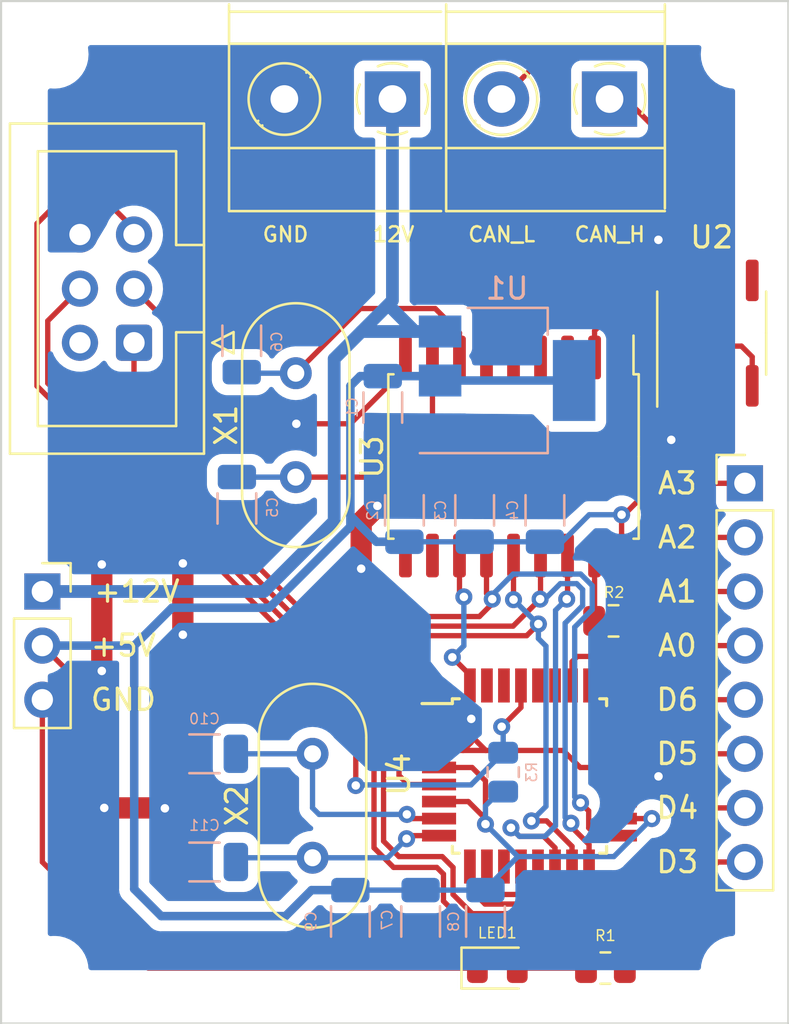
<source format=kicad_pcb>
(kicad_pcb (version 20211014) (generator pcbnew)
  (layers (0 "F.Cu" signal) (31 "B.Cu" signal) (34 "B.Paste" user) (35 "F.Paste" user) (36 "B.SilkS" user "B.Silkscreen") (37 "F.SilkS" user "F.Silkscreen") (38 "B.Mask" user) (39 "F.Mask" user) (44 "Edge.Cuts" user))
  (net 0 "")
  (net 1 "+5V")
  (net 2 "GND")
  (net 3 "U4_D3")
  (net 11 "D2_INT")
  (net 12 "U4_D13_SCK")
  (net 13 "U4_D4")
  (net 14 "U4_D6")
  (net 15 "U4_A0")
  (net 22 "U4_A1")
  (net 23 "U4_A2")
  (net 24 "U4_A3")
  (net 27 "U4_D5")
  (net 28 "/U2_U3_TXD")
  (net 29 "+12V")
  (net 30 "/U2_U3_RXD")
  (net 31 "/U3_RESET")
  (net 32 "U4_RXD")
  (net 33 "U4_TXD")
  (net 34 "/U3_OSC_2")
  (net 35 "/U3_OSC_1")
  (net 36 "/U4_OSC_1")
  (net 37 "/LED1")
  (net 38 "/U4_OSC_2")
  (net 40 "U4_D11_MOSI")
  (net 41 "U4_D12_MISO")
  (net 42 "D10_CS")
  (net 43 "U4_RST")
  (net 44 "CAN_L")
  (net 45 "CAN_H")
  (footprint "Connector_IDC:IDC-Header_2x03_P2.54mm_Vertical" (layer "F.Cu") (at 146.5485 84.841 180)
    (fp_text reference "J3" hide)
    (fp_text value "Conn_02x03_Odd_Even" hide)
  )
  (footprint "Package_SO:SOIC-18W_7.5x11.6mm_P1.27mm" (layer "F.Cu") (at 164.386 90.182 -90)
    (fp_text reference "U3")
    (fp_text value "MCP2515-xSO" hide)
  )
  (footprint "TerminalBlock_Phoenix:TerminalBlock_Phoenix_MKDS-1,5-2-5.08_1x02_P5.08mm_Horizontal" (layer "F.Cu") (at 158.695 73.4 180)
    (fp_text reference "J1" hide)
    (fp_text value "Screw_Terminal_01x02" hide)
  )
  (footprint "Package_QFP:TQFP-32_7x7mm_P0.8mm" (layer "F.Cu") (at 165.136 105.182)
    (fp_text reference "U4")
    (fp_text value "ATmega328P-A" hide)
  )
  (footprint "Package_SO:SOIC-8_3.9x4.9mm_P1.27mm" (layer "F.Cu") (at 173.7 84.39 90)
    (fp_text reference "U2")
    (fp_text value "TJA1051T" hide)
  )
  (footprint "LED_SMD:LED_0805_2012Metric" (layer "F.Cu") (at 163.625 114.2)
    (fp_text reference "LED1")
    (fp_text value "Green" hide)
  )
  (footprint "MountingHole:MountingHole_2.2mm_M2" (layer "F.Cu") (at 174.8 114.3)
    (fp_text reference "REF**" hide)
    (fp_text value "MountingHole_2.2mm_M2" hide)
  )
  (footprint "CAN_ATmega:Connector_female" (layer "F.Cu") (at 157.48 99.06)
    (fp_text reference "J4" hide)
    (fp_text value "Connector_female" hide)
  )
  (footprint "Crystal:Crystal_HC49-4H_Vertical" (layer "F.Cu") (at 154.1526 86.2711 -90)
    (fp_text reference "X1")
    (fp_text value "16MHz" hide)
  )
  (footprint "Resistor_SMD:R_0805_2012Metric" (layer "F.Cu") (at 169.0875 97.9)
    (fp_text reference "R2")
    (fp_text value "10K" hide)
  )
  (footprint "MountingHole:MountingHole_2.2mm_M2" (layer "F.Cu") (at 174.8 71.3)
    (fp_text reference "REF**" hide)
    (fp_text value "MountingHole_2.2mm_M2" hide)
  )
  (footprint "TerminalBlock_Phoenix:TerminalBlock_Phoenix_MKDS-1,5-2-5.08_1x02_P5.08mm_Horizontal" (layer "F.Cu") (at 168.9 73.4 180)
    (fp_text reference "J2" hide)
    (fp_text value "Screw_Terminal_01x02" hide)
  )
  (footprint "MountingHole:MountingHole_2.2mm_M2" (layer "F.Cu") (at 142.8 71.3)
    (fp_text reference "REF**" hide)
    (fp_text value "MountingHole_2.2mm_M2" hide)
  )
  (footprint "Resistor_SMD:R_0805_2012Metric" (layer "F.Cu") (at 168.705 114.2 180)
    (fp_text reference "R1")
    (fp_text value "1K" hide)
  )
  (footprint "MountingHole:MountingHole_2.2mm_M2" (layer "F.Cu") (at 142.8 114.3)
    (fp_text reference "REF**" hide)
    (fp_text value "MountingHole_2.2mm_M2" hide)
  )
  (footprint "Crystal:Crystal_HC49-4H_Vertical" (layer "F.Cu") (at 154.94 104.14 -90)
    (fp_text reference "X2")
    (fp_text value "16MHz" hide)
  )
  (footprint "Capacitor_SMD:C_1206_3216Metric" (layer "B.Cu") (at 163.068 112.014 -90)
    (fp_text reference "C8")
    (fp_text value "10uF/16V" hide)
  )
  (footprint "Capacitor_SMD:C_1206_3216Metric" (layer "B.Cu") (at 151.6126 84.7471 -90)
    (fp_text reference "C6")
    (fp_text value "22PF" hide)
  )
  (footprint "Capacitor_SMD:C_1206_3216Metric" (layer "B.Cu") (at 151.384 92.6211 90)
    (fp_text reference "C5")
    (fp_text value "22PF" hide)
  )
  (footprint "Capacitor_SMD:C_1206_3216Metric" (layer "B.Cu") (at 165.862 92.71 90)
    (fp_text reference "C4")
    (fp_text value "0.1uF" hide)
  )
  (footprint "Capacitor_SMD:C_1206_3216Metric" (layer "B.Cu") (at 156.718 112.014 -90)
    (fp_text reference "C9")
    (fp_text value "0.1uF" hide)
  )
  (footprint "Capacitor_SMD:C_1206_3216Metric" (layer "B.Cu") (at 160.02 112.014 -90)
    (fp_text reference "C7")
    (fp_text value "0.1uF" hide)
  )
  (footprint "Capacitor_SMD:C_1206_3216Metric" (layer "B.Cu") (at 149.86 104.14 180)
    (fp_text reference "C10")
    (fp_text value "22PF" hide)
  )
  (footprint "Capacitor_SMD:C_1206_3216Metric" (layer "B.Cu") (at 159.258 92.71 90)
    (fp_text reference "C2")
    (fp_text value "10uF/16V" hide)
  )
  (footprint "Capacitor_SMD:C_1206_3216Metric" (layer "B.Cu") (at 158.242 87.884 -90)
    (fp_text reference "C1")
    (fp_text value "1uF" hide)
  )
  (footprint "Capacitor_SMD:C_1206_3216Metric" (layer "B.Cu") (at 162.56 92.71 90)
    (fp_text reference "C3")
    (fp_text value "0.1uF" hide)
  )
  (footprint "Resistor_SMD:R_0805_2012Metric" (layer "B.Cu") (at 163.9 105 90)
    (fp_text reference "R3")
    (fp_text value "10K" hide)
  )
  (footprint "Package_TO_SOT_SMD:SOT-223" (layer "B.Cu") (at 164.084 86.614)
    (fp_text reference "U1")
    (fp_text value "LM1117-5.0" hide)
  )
  (footprint "Capacitor_SMD:C_1206_3216Metric" (layer "B.Cu") (at 149.86 109.22)
    (fp_text reference "C11")
    (fp_text value "22PF" hide)
  )
  (gr_line (start 177.3 68.8) (end 140.3 68.8) (layer "Edge.Cuts") (width 0.1))
  (gr_line (start 177.3 116.8) (end 177.3 68.8) (layer "Edge.Cuts") (width 0.1))
  (gr_line (start 140.3 116.8) (end 140.3 68.8) (layer "Edge.Cuts") (width 0.1))
  (gr_line (start 177.3 116.8) (end 140.3 116.8) (layer "Edge.Cuts") (width 0.1))
  (gr_text "CAN_L" (at 163.83 79.756) (layer "F.SilkS") (effects (font (size 0.7 0.7) (thickness 0.12))))
  (gr_text "GND" (at 153.67 79.756) (layer "F.SilkS") (effects (font (size 0.7 0.7) (thickness 0.12))))
  (gr_text "CAN_H" (at 168.91 79.756) (layer "F.SilkS") (effects (font (size 0.7 0.7) (thickness 0.12))))
  (gr_text "12V" (at 158.75 79.756) (layer "F.SilkS") (effects (font (size 0.7 0.7) (thickness 0.12))))
  (segment (start 169.584 92.916) (end 169.466 92.916) (width 0.25) (layer "F.Cu") (net 1))
  (segment (start 143.764 100.584) (end 142.24 99.06) (width 0.25) (layer "F.Cu") (net 1))
  (segment (start 169.386 107.182) (end 170.886 107.182) (width 0.25) (layer "F.Cu") (net 1))
  (segment (start 169.418 113.284) (end 168.91 112.776) (width 0.25) (layer "F.Cu") (net 1))
  (segment (start 168.91 112.776) (end 162.052 112.776) (width 0.25) (layer "F.Cu") (net 1))
  (segment (start 143.764 102.87) (end 143.764 100.584) (width 0.25) (layer "F.Cu") (net 1))
  (segment (start 174.335 86.865) (end 174.335 88.165) (width 0.25) (layer "F.Cu") (net 1))
  (segment (start 162.262 106.382) (end 163.068 107.188) (width 0.25) (layer "F.Cu") (net 1))
  (segment (start 142.69 103.944) (end 143.764 102.87) (width 0.25) (layer "F.Cu") (net 1))
  (segment (start 161.078 113.75) (end 147.406396 113.75) (width 0.25) (layer "F.Cu") (net 1))
  (segment (start 160.886 106.382) (end 162.262 106.382) (width 0.25) (layer "F.Cu") (net 1))
  (segment (start 163.068 105.41) (end 163.068 107.442) (width 0.25) (layer "F.Cu") (net 1))
  (segment (start 169.466 92.916) (end 169.466 94.832) (width 0.25) (layer "F.Cu") (net 1))
  (segment (start 142.69 109.033604) (end 142.69 103.944) (width 0.25) (layer "F.Cu") (net 1))
  (segment (start 160.886 104.782) (end 162.44 104.782) (width 0.25) (layer "F.Cu") (net 1))
  (segment (start 163.068 107.188) (end 163.068 107.442) (width 0.25) (layer "F.Cu") (net 1))
  (segment (start 169.466 96.366) (end 169.466 94.832) (width 0.25) (layer "F.Cu") (net 1))
  (segment (start 170 97.9) (end 170 96.9) (width 0.25) (layer "F.Cu") (net 1))
  (segment (start 169.6175 114.2) (end 169.418 114.0005) (width 0.25) (layer "F.Cu") (net 1))
  (segment (start 162.44 104.782) (end 163.068 105.41) (width 0.25) (layer "F.Cu") (net 1))
  (segment (start 170 96.9) (end 169.466 96.366) (width 0.25) (layer "F.Cu") (net 1))
  (segment (start 174.335 88.165) (end 169.584 92.916) (width 0.25) (layer "F.Cu") (net 1))
  (segment (start 162.052 112.776) (end 161.078 113.75) (width 0.25) (layer "F.Cu") (net 1))
  (segment (start 169.418 114.0005) (end 169.418 113.284) (width 0.25) (layer "F.Cu") (net 1))
  (segment (start 147.406396 113.75) (end 142.69 109.033604) (width 0.25) (layer "F.Cu") (net 1))
  (via (at 169.466 92.916) (size 0.8) (drill 0.4) (layers "F.Cu" "B.Cu") (net 1))
  (via (at 170.886 107.182) (size 0.8) (drill 0.4) (layers "F.Cu" "B.Cu") (net 1))
  (via (at 163.068 107.442) (size 0.8) (drill 0.4) (layers "F.Cu" "B.Cu") (net 1))
  (segment (start 160.729 86.409) (end 160.934 86.614) (width 0.4) (layer "B.Cu") (net 1))
  (segment (start 154.891 110.539) (end 153.67 111.76) (width 0.4) (layer "B.Cu") (net 1))
  (segment (start 158.242 86.409) (end 157.177 86.409) (width 0.4) (layer "B.Cu") (net 1))
  (segment (start 160.02 110.539) (end 163.068 110.539) (width 0.25) (layer "B.Cu") (net 1))
  (segment (start 156.718 110.539) (end 160.02 110.539) (width 0.25) (layer "B.Cu") (net 1))
  (segment (start 164.592 108.966) (end 163.068 107.442) (width 0.25) (layer "B.Cu") (net 1))
  (segment (start 170.886 107.182) (end 169.102 108.966) (width 0.25) (layer "B.Cu") (net 1))
  (segment (start 157.177 86.409) (end 156.718 86.868) (width 0.4) (layer "B.Cu") (net 1))
  (segment (start 169.102 108.966) (end 164.592 108.966) (width 0.25) (layer "B.Cu") (net 1))
  (segment (start 166.673 94.185) (end 167.942 92.916) (width 0.25) (layer "B.Cu") (net 1))
  (segment (start 146.558 99.06) (end 142.24 99.06) (width 0.4) (layer "B.Cu") (net 1))
  (segment (start 157.939 94.185) (end 159.258 94.185) (width 0.4) (layer "B.Cu") (net 1))
  (segment (start 156.718 92.964) (end 156.718 93.472) (width 0.4) (layer "B.Cu") (net 1))
  (segment (start 153.67 111.76) (end 147.828 111.76) (width 0.4) (layer "B.Cu") (net 1))
  (segment (start 163.068 110.49) (end 164.592 108.966) (width 0.25) (layer "B.Cu") (net 1))
  (segment (start 147.828 111.76) (end 146.558 110.49) (width 0.4) (layer "B.Cu") (net 1))
  (segment (start 146.558 110.49) (end 146.558 99.06) (width 0.4) (layer "B.Cu") (net 1))
  (segment (start 163.7375 105.9125) (end 163.9 105.9125) (width 0.25) (layer "B.Cu") (net 1))
  (segment (start 163.068 106.582) (end 163.7375 105.9125) (width 0.25) (layer "B.Cu") (net 1))
  (segment (start 156.718 92.964) (end 157.939 94.185) (width 0.4) (layer "B.Cu") (net 1))
  (segment (start 163.068 107.442) (end 163.068 106.582) (width 0.25) (layer "B.Cu") (net 1))
  (segment (start 167.234 86.614) (end 160.934 86.614) (width 0.4) (layer "B.Cu") (net 1))
  (segment (start 156.718 110.539) (end 154.891 110.539) (width 0.4) (layer "B.Cu") (net 1))
  (segment (start 163.068 110.539) (end 163.068 110.49) (width 0.25) (layer "B.Cu") (net 1))
  (segment (start 158.242 86.409) (end 160.729 86.409) (width 0.4) (layer "B.Cu") (net 1))
  (segment (start 156.718 93.472) (end 152.908 97.282) (width 0.4) (layer "B.Cu") (net 1))
  (segment (start 167.942 92.916) (end 169.466 92.916) (width 0.25) (layer "B.Cu") (net 1))
  (segment (start 148.336 97.282) (end 146.558 99.06) (width 0.4) (layer "B.Cu") (net 1))
  (segment (start 159.258 94.185) (end 162.56 94.185) (width 0.25) (layer "B.Cu") (net 1))
  (segment (start 162.56 94.185) (end 165.862 94.185) (width 0.25) (layer "B.Cu") (net 1))
  (segment (start 165.862 94.185) (end 166.673 94.185) (width 0.25) (layer "B.Cu") (net 1))
  (segment (start 152.908 97.282) (end 148.336 97.282) (width 0.4) (layer "B.Cu") (net 1))
  (segment (start 156.718 86.868) (end 156.718 92.964) (width 0.4) (layer "B.Cu") (net 1))
  (segment (start 163.082 103.982) (end 162.4 103.3) (width 0.25) (layer "F.Cu") (net 2))
  (segment (start 145.15 106.68) (end 147.98 106.68) (width 1) (layer "F.Cu") (net 2))
  (segment (start 171.8 89.4) (end 173.065 88.135) (width 0.25) (layer "F.Cu") (net 2))
  (segment (start 162.4 103.6) (end 162.4 103.3) (width 0.25) (layer "F.Cu") (net 2))
  (segment (start 160.886 103.982) (end 162.018 103.982) (width 0.25) (layer "F.Cu") (net 2))
  (segment (start 171.795 80.609) (end 171.196 80.01) (width 0.25) (layer "F.Cu") (net 2))
  (segment (start 157.988 92.5) (end 157.226 93.262) (width 1) (layer "F.Cu") (net 2))
  (segment (start 157.226 93.262) (end 157.226 95.45) (width 1) (layer "F.Cu") (net 2))
  (segment (start 159.306 86.058) (end 156.718 88.646) (width 0.25) (layer "F.Cu") (net 2))
  (segment (start 159.43 105.582) (end 159.004 105.156) (width 0.25) (layer "F.Cu") (net 2))
  (segment (start 162.4 103.3) (end 162.4 102.5) (width 0.25) (layer "F.Cu") (net 2))
  (segment (start 166.72 103.982) (end 167.52 104.782) (width 0.25) (layer "F.Cu") (net 2))
  (segment (start 162.018 103.982) (end 162.4 103.6) (width 0.25) (layer "F.Cu") (net 2))
  (segment (start 159.306 85.532) (end 159.306 86.058) (width 0.25) (layer "F.Cu") (net 2))
  (segment (start 160.886 105.582) (end 159.43 105.582) (width 0.25) (layer "F.Cu") (net 2))
  (segment (start 142.24 109.22) (end 142.24 101.6) (width 0.25) (layer "F.Cu") (net 2))
  (segment (start 171.795 81.915) (end 171.795 80.609) (width 0.25) (layer "F.Cu") (net 2))
  (segment (start 147.22 114.2) (end 142.24 109.22) (width 0.25) (layer "F.Cu") (net 2))
  (segment (start 171.2 105.2) (end 170.782 104.782) (width 0.25) (layer "F.Cu") (net 2))
  (segment (start 162.6875 114.2) (end 147.22 114.2) (width 0.25) (layer "F.Cu") (net 2))
  (segment (start 160.886 103.982) (end 159.67 103.982) (width 0.25) (layer "F.Cu") (net 2))
  (segment (start 167.52 104.782) (end 169.386 104.782) (width 0.25) (layer "F.Cu") (net 2))
  (segment (start 162.018 103.982) (end 163.082 103.982) (width 0.25) (layer "F.Cu") (net 2))
  (segment (start 170.782 104.782) (end 169.386 104.782) (width 0.25) (layer "F.Cu") (net 2))
  (segment (start 145.034 95.25) (end 145.034 100.25) (width 1) (layer "F.Cu") (net 2))
  (segment (start 147.98 106.68) (end 148 106.7) (width 1) (layer "F.Cu") (net 2))
  (segment (start 163.082 103.982) (end 166.72 103.982) (width 0.25) (layer "F.Cu") (net 2))
  (segment (start 148.844 95.2) (end 148.844 98.55) (width 1) (layer "F.Cu") (net 2))
  (segment (start 159.67 103.982) (end 159.004 104.648) (width 0.25) (layer "F.Cu") (net 2))
  (segment (start 156.718 88.646) (end 154.178 88.646) (width 0.25) (layer "F.Cu") (net 2))
  (segment (start 173.065 88.135) (end 173.065 86.865) (width 0.25) (layer "F.Cu") (net 2))
  (segment (start 159.004 104.648) (end 159.004 105.156) (width 0.25) (layer "F.Cu") (net 2))
  (via (at 157.226 95.45) (size 0.8) (drill 0.4) (layers "F.Cu" "B.Cu") (net 2))
  (via (at 148.844 95.2) (size 0.8) (drill 0.4) (layers "F.Cu" "B.Cu") (net 2))
  (via (at 148.844 98.55) (size 0.8) (drill 0.4) (layers "F.Cu" "B.Cu") (net 2))
  (via (at 154.178 88.646) (size 0.8) (drill 0.4) (layers "F.Cu" "B.Cu") (net 2))
  (via (at 145.034 95.25) (size 0.8) (drill 0.4) (layers "F.Cu" "B.Cu") (net 2))
  (via (at 162.4 102.5) (size 0.8) (drill 0.4) (layers "F.Cu" "B.Cu") (net 2))
  (via (at 145.15 106.68) (size 0.8) (drill 0.4) (layers "F.Cu" "B.Cu") (net 2))
  (via (at 171.2 105.2) (size 0.8) (drill 0.4) (layers "F.Cu" "B.Cu") (net 2))
  (via (at 171.196 80.01) (size 0.8) (drill 0.4) (layers "F.Cu" "B.Cu") (net 2))
  (via (at 148 106.7) (size 0.8) (drill 0.4) (layers "F.Cu" "B.Cu") (net 2))
  (via (at 171.8 89.4) (size 0.8) (drill 0.4) (layers "F.Cu" "B.Cu") (net 2))
  (via (at 157.988 92.5) (size 0.8) (drill 0.4) (layers "F.Cu" "B.Cu") (net 2))
  (via (at 145.034 100.25) (size 0.8) (drill 0.4) (layers "F.Cu" "B.Cu") (net 2))
  (segment (start 162.56 91.235) (end 165.862 91.235) (width 0.75) (layer "B.Cu") (net 2))
  (segment (start 162.56 90.54) (end 160.934 88.914) (width 0.75) (layer "B.Cu") (net 2))
  (segment (start 159.258 91.235) (end 162.56 91.235) (width 0.75) (layer "B.Cu") (net 2))
  (segment (start 158.687 88.914) (end 160.934 88.914) (width 0.75) (layer "B.Cu") (net 2))
  (segment (start 158.242 89.359) (end 158.687 88.914) (width 0.75) (layer "B.Cu") (net 2))
  (segment (start 159.258 91.235) (end 159.258 90.375) (width 0.75) (layer "B.Cu") (net 2))
  (segment (start 162.56 91.235) (end 162.56 90.54) (width 0.75) (layer "B.Cu") (net 2))
  (segment (start 159.258 90.375) (end 158.242 89.359) (width 0.75) (layer "B.Cu") (net 2))
  (segment (start 160.886 102.382) (end 159.746 102.382) (width 0.25) (layer "F.Cu") (net 3))
  (segment (start 161.094 111.056) (end 162.132 112.094) (width 0.25) (layer "F.Cu") (net 3))
  (segment (start 161.094 109.786) (end 161.094 111.056) (width 0.25) (layer "F.Cu") (net 3))
  (segment (start 157.829 104.299) (end 157.829 108.553) (width 0.25) (layer "F.Cu") (net 3))
  (segment (start 173.99 109.22) (end 175.26 109.22) (width 0.25) (layer "F.Cu") (net 3))
  (segment (start 162.132 112.094) (end 171.116 112.094) (width 0.25) (layer "F.Cu") (net 3))
  (segment (start 159.746 102.382) (end 157.829 104.299) (width 0.25) (layer "F.Cu") (net 3))
  (segment (start 160.782 109.474) (end 161.094 109.786) (width 0.25) (layer "F.Cu") (net 3))
  (segment (start 157.829 108.553) (end 158.75 109.474) (width 0.25) (layer "F.Cu") (net 3))
  (segment (start 158.75 109.474) (end 160.782 109.474) (width 0.25) (layer "F.Cu") (net 3))
  (segment (start 171.116 112.094) (end 173.99 109.22) (width 0.25) (layer "F.Cu") (net 3))
  (segment (start 161.846 94.832) (end 161.846 96.568) (width 0.25) (layer "F.Cu") (net 11))
  (segment (start 162.336 100.436) (end 162.336 100.932) (width 0.25) (layer "F.Cu") (net 11))
  (segment (start 161.510299 99.610299) (end 162.336 100.436) (width 0.25) (layer "F.Cu") (net 11))
  (segment (start 161.846 96.568) (end 162.052 96.774) (width 0.25) (layer "F.Cu") (net 11))
  (via (at 161.510299 99.610299) (size 0.8) (drill 0.4) (layers "F.Cu" "B.Cu") (net 11))
  (via (at 162.052 96.774) (size 0.8) (drill 0.4) (layers "F.Cu" "B.Cu") (net 11))
  (segment (start 162.052 99.068598) (end 162.052 96.774) (width 0.25) (layer "B.Cu") (net 11))
  (segment (start 161.510299 99.610299) (end 162.052 99.068598) (width 0.25) (layer "B.Cu") (net 11))
  (segment (start 154.719996 97.6956) (end 162.7814 97.6956) (width 0.25) (layer "F.Cu") (net 12))
  (segment (start 167.9194 107.6198) (end 168.2816 107.982) (width 0.25) (layer "F.Cu") (net 12))
  (segment (start 167.535998 106.438882) (end 167.9194 106.822284) (width 0.25) (layer "F.Cu") (net 12))
  (segment (start 168.2816 107.982) (end 169.386 107.982) (width 0.25) (layer "F.Cu") (net 12))
  (segment (start 146.5485 82.301) (end 148.082 83.8345) (width 0.25) (layer "F.Cu") (net 12))
  (segment (start 163.386 97.091) (end 163.386 96.877) (width 0.25) (layer "F.Cu") (net 12))
  (segment (start 167.9194 106.822284) (end 167.9194 107.6198) (width 0.25) (layer "F.Cu") (net 12))
  (segment (start 148.082 91.057604) (end 154.719996 97.6956) (width 0.25) (layer "F.Cu") (net 12))
  (segment (start 162.7814 97.6956) (end 163.386 97.091) (width 0.25) (layer "F.Cu") (net 12))
  (segment (start 163.116 96.607) (end 163.386 96.877) (width 0.25) (layer "F.Cu") (net 12))
  (segment (start 163.116 94.832) (end 163.116 96.607) (width 0.25) (layer "F.Cu") (net 12))
  (segment (start 148.082 83.8345) (end 148.082 91.057604) (width 0.25) (layer "F.Cu") (net 12))
  (via (at 167.535998 106.438882) (size 0.8) (drill 0.4) (layers "F.Cu" "B.Cu") (net 12))
  (via (at 163.386 96.877) (size 0.8) (drill 0.4) (layers "F.Cu" "B.Cu") (net 12))
  (segment (start 163.386 96.682) (end 163.386 96.877) (width 0.25) (layer "B.Cu") (net 12))
  (segment (start 167.542396 95.702) (end 164.366 95.702) (width 0.25) (layer "B.Cu") (net 12))
  (segment (start 168.086 97.368396) (end 168.086 96.245604) (width 0.25) (layer "B.Cu") (net 12))
  (segment (start 167.535998 106.438882) (end 167.261498 106.164382) (width 0.25) (layer "B.Cu") (net 12))
  (segment (start 164.366 95.702) (end 163.386 96.682) (width 0.25) (layer "B.Cu") (net 12))
  (segment (start 167.261498 106.164382) (end 167.261498 98.192898) (width 0.25) (layer "B.Cu") (net 12))
  (segment (start 167.261498 98.192898) (end 168.086 97.368396) (width 0.25) (layer "B.Cu") (net 12))
  (segment (start 168.086 96.245604) (end 167.542396 95.702) (width 0.25) (layer "B.Cu") (net 12))
  (segment (start 158.279 108.241) (end 158.279 104.611) (width 0.25) (layer "F.Cu") (net 13))
  (segment (start 161.544 109.474) (end 161.036 108.966) (width 0.25) (layer "F.Cu") (net 13))
  (segment (start 170.929604 111.644) (end 162.444 111.644) (width 0.25) (layer "F.Cu") (net 13))
  (segment (start 161.544 110.744) (end 161.544 109.474) (width 0.25) (layer "F.Cu") (net 13))
  (segment (start 159.004 108.966) (end 158.279 108.241) (width 0.25) (layer "F.Cu") (net 13))
  (segment (start 173.228 109.345604) (end 170.929604 111.644) (width 0.25) (layer "F.Cu") (net 13))
  (segment (start 173.228 106.934) (end 173.228 109.345604) (width 0.25) (layer "F.Cu") (net 13))
  (segment (start 158.279 104.611) (end 159.708 103.182) (width 0.25) (layer "F.Cu") (net 13))
  (segment (start 159.708 103.182) (end 160.886 103.182) (width 0.25) (layer "F.Cu") (net 13))
  (segment (start 162.444 111.644) (end 161.544 110.744) (width 0.25) (layer "F.Cu") (net 13))
  (segment (start 175.26 106.68) (end 173.482 106.68) (width 0.25) (layer "F.Cu") (net 13))
  (segment (start 173.482 106.68) (end 173.228 106.934) (width 0.25) (layer "F.Cu") (net 13))
  (segment (start 161.036 108.966) (end 159.004 108.966) (width 0.25) (layer "F.Cu") (net 13))
  (segment (start 170.434 110.744) (end 172.212 108.966) (width 0.25) (layer "F.Cu") (net 14))
  (segment (start 163.136 109.432) (end 163.136 110.482) (width 0.25) (layer "F.Cu") (net 14))
  (segment (start 173.482 101.6) (end 175.26 101.6) (width 0.25) (layer "F.Cu") (net 14))
  (segment (start 163.136 110.482) (end 163.398 110.744) (width 0.25) (layer "F.Cu") (net 14))
  (segment (start 172.212 102.87) (end 173.482 101.6) (width 0.25) (layer "F.Cu") (net 14))
  (segment (start 172.212 108.966) (end 172.212 102.87) (width 0.25) (layer "F.Cu") (net 14))
  (segment (start 163.398 110.744) (end 170.434 110.744) (width 0.25) (layer "F.Cu") (net 14))
  (segment (start 171.138 103.182) (end 173.228 101.092) (width 0.25) (layer "F.Cu") (net 15))
  (segment (start 173.228 101.092) (end 173.228 99.568) (width 0.25) (layer "F.Cu") (net 15))
  (segment (start 169.386 103.182) (end 171.138 103.182) (width 0.25) (layer "F.Cu") (net 15))
  (segment (start 173.228 99.568) (end 173.736 99.06) (width 0.25) (layer "F.Cu") (net 15))
  (segment (start 173.736 99.06) (end 175.26 99.06) (width 0.25) (layer "F.Cu") (net 15))
  (segment (start 169.386 102.382) (end 171.176 102.382) (width 0.25) (layer "F.Cu") (net 22))
  (segment (start 172.72 100.838) (end 172.72 97.282) (width 0.25) (layer "F.Cu") (net 22))
  (segment (start 172.72 97.282) (end 173.482 96.52) (width 0.25) (layer "F.Cu") (net 22))
  (segment (start 173.482 96.52) (end 175.26 96.52) (width 0.25) (layer "F.Cu") (net 22))
  (segment (start 171.176 102.382) (end 172.72 100.838) (width 0.25) (layer "F.Cu") (net 22))
  (segment (start 172.212 97.028) (end 172.974 96.266) (width 0.25) (layer "F.Cu") (net 23))
  (segment (start 171.864 100.932) (end 172.212 100.584) (width 0.25) (layer "F.Cu") (net 23))
  (segment (start 167.936 100.932) (end 171.864 100.932) (width 0.25) (layer "F.Cu") (net 23))
  (segment (start 172.974 96.266) (end 172.974 94.488) (width 0.25) (layer "F.Cu") (net 23))
  (segment (start 172.974 94.488) (end 173.482 93.98) (width 0.25) (layer "F.Cu") (net 23))
  (segment (start 172.212 100.584) (end 172.212 97.028) (width 0.25) (layer "F.Cu") (net 23))
  (segment (start 173.482 93.98) (end 175.26 93.98) (width 0.25) (layer "F.Cu") (net 23))
  (segment (start 167.136 99.818) (end 167.386 99.568) (width 0.25) (layer "F.Cu") (net 24))
  (segment (start 173.228 93.472) (end 173.228 91.694) (width 0.25) (layer "F.Cu") (net 24))
  (segment (start 173.482 91.44) (end 175.26 91.44) (width 0.25) (layer "F.Cu") (net 24))
  (segment (start 172.466 96.137604) (end 172.466 94.234) (width 0.25) (layer "F.Cu") (net 24))
  (segment (start 167.136 100.932) (end 167.136 99.818) (width 0.25) (layer "F.Cu") (net 24))
  (segment (start 172.466 94.234) (end 173.228 93.472) (width 0.25) (layer "F.Cu") (net 24))
  (segment (start 171.762 96.841604) (end 172.466 96.137604) (width 0.25) (layer "F.Cu") (net 24))
  (segment (start 171.762 100.272) (end 171.762 96.841604) (width 0.25) (layer "F.Cu") (net 24))
  (segment (start 173.228 91.694) (end 173.482 91.44) (width 0.25) (layer "F.Cu") (net 24))
  (segment (start 167.386 99.568) (end 168.656 99.568) (width 0.25) (layer "F.Cu") (net 24))
  (segment (start 169.57 100.482) (end 171.552 100.482) (width 0.25) (layer "F.Cu") (net 24))
  (segment (start 171.552 100.482) (end 171.762 100.272) (width 0.25) (layer "F.Cu") (net 24))
  (segment (start 168.656 99.568) (end 169.57 100.482) (width 0.25) (layer "F.Cu") (net 24))
  (segment (start 172.72 104.902) (end 173.482 104.14) (width 0.25) (layer "F.Cu") (net 27))
  (segment (start 163.048 111.194) (end 170.743208 111.194) (width 0.25) (layer "F.Cu") (net 27))
  (segment (start 172.72 109.217208) (end 172.72 104.902) (width 0.25) (layer "F.Cu") (net 27))
  (segment (start 162.336 109.432) (end 162.336 110.482) (width 0.25) (layer "F.Cu") (net 27))
  (segment (start 170.743208 111.194) (end 172.72 109.217208) (width 0.25) (layer "F.Cu") (net 27))
  (segment (start 173.482 104.14) (end 175.26 104.14) (width 0.25) (layer "F.Cu") (net 27))
  (segment (start 162.336 110.482) (end 163.048 111.194) (width 0.25) (layer "F.Cu") (net 27))
  (segment (start 170.232 85.532) (end 169.466 85.532) (width 0.25) (layer "F.Cu") (net 28))
  (segment (start 171.795 86.865) (end 171.565 86.865) (width 0.25) (layer "F.Cu") (net 28))
  (segment (start 171.565 86.865) (end 170.232 85.532) (width 0.25) (layer "F.Cu") (net 28))
  (segment (start 158.695 82.859) (end 158.6105 82.9435) (width 0.25) (layer "B.Cu") (net 29))
  (segment (start 159.752 84.314) (end 160.934 84.314) (width 0.6) (layer "B.Cu") (net 29))
  (segment (start 157.24 84.314) (end 158.6105 82.9435) (width 0.6) (layer "B.Cu") (net 29))
  (segment (start 155.956 85.598) (end 157.24 84.314) (width 0.6) (layer "B.Cu") (net 29))
  (segment (start 158.6105 83.1725) (end 159.752 84.314) (width 0.6) (layer "B.Cu") (net 29))
  (segment (start 158.6105 82.9435) (end 158.6105 83.1725) (width 0.6) (layer "B.Cu") (net 29))
  (segment (start 142.24 96.52) (end 152.654 96.52) (width 0.6) (layer "B.Cu") (net 29))
  (segment (start 155.956 93.218) (end 155.956 85.598) (width 0.6) (layer "B.Cu") (net 29))
  (segment (start 157.24 84.314) (end 159.752 84.314) (width 0.6) (layer "B.Cu") (net 29))
  (segment (start 158.695 73.4) (end 158.695 82.859) (width 0.6) (layer "B.Cu") (net 29))
  (segment (start 152.654 96.52) (end 155.956 93.218) (width 0.6) (layer "B.Cu") (net 29))
  (segment (start 168.196 84.28) (end 168.656 83.82) (width 0.25) (layer "F.Cu") (net 30))
  (segment (start 175.605 85.505) (end 175.605 86.865) (width 0.25) (layer "F.Cu") (net 30))
  (segment (start 168.196 85.532) (end 168.196 84.28) (width 0.25) (layer "F.Cu") (net 30))
  (segment (start 168.656 83.82) (end 170.32 83.82) (width 0.25) (layer "F.Cu") (net 30))
  (segment (start 170.32 83.82) (end 171.5 85) (width 0.25) (layer "F.Cu") (net 30))
  (segment (start 175.1 85) (end 175.605 85.505) (width 0.25) (layer "F.Cu") (net 30))
  (segment (start 171.5 85) (end 175.1 85) (width 0.25) (layer "F.Cu") (net 30))
  (segment (start 168.196 97.879) (end 168.175 97.9) (width 0.25) (layer "F.Cu") (net 31))
  (segment (start 168.196 94.832) (end 168.196 97.879) (width 0.25) (layer "F.Cu") (net 31))
  (segment (start 161.846 84.376) (end 160.7058 83.2358) (width 0.25) (layer "F.Cu") (net 34))
  (segment (start 157.1879 83.2358) (end 154.1526 86.2711) (width 0.25) (layer "F.Cu") (net 34))
  (segment (start 160.7058 83.2358) (end 157.1879 83.2358) (width 0.25) (layer "F.Cu") (net 34))
  (segment (start 161.846 85.532) (end 161.846 84.376) (width 0.25) (layer "F.Cu") (net 34))
  (segment (start 154.1526 86.2711) (end 151.6616 86.2711) (width 0.25) (layer "B.Cu") (net 34))
  (segment (start 154.1526 91.1511) (end 158.4547 91.1511) (width 0.25) (layer "F.Cu") (net 35))
  (segment (start 158.4547 91.1511) (end 160.576 89.0298) (width 0.25) (layer "F.Cu") (net 35))
  (segment (start 160.576 85.532) (end 160.576 89.0298) (width 0.25) (layer "F.Cu") (net 35))
  (segment (start 154.1526 91.1511) (end 151.389 91.1511) (width 0.25) (layer "B.Cu") (net 35))
  (segment (start 159.57121 107.182) (end 159.373653 106.984443) (width 0.25) (layer "F.Cu") (net 36))
  (segment (start 160.886 107.182) (end 159.57121 107.182) (width 0.25) (layer "F.Cu") (net 36))
  (via (at 159.373653 106.984443) (size 0.8) (drill 0.4) (layers "F.Cu" "B.Cu") (net 36))
  (segment (start 155.244443 106.984443) (end 154.94 106.68) (width 0.25) (layer "B.Cu") (net 36))
  (segment (start 154.94 104.14) (end 151.335 104.14) (width 0.25) (layer "B.Cu") (net 36))
  (segment (start 154.94 106.68) (end 154.94 104.14) (width 0.25) (layer "B.Cu") (net 36))
  (segment (start 159.373653 106.984443) (end 155.244443 106.984443) (width 0.25) (layer "B.Cu") (net 36))
  (segment (start 167.7925 114.2) (end 164.5625 114.2) (width 0.25) (layer "F.Cu") (net 37))
  (segment (start 160.886 107.982) (end 159.5054 107.982) (width 0.25) (layer "F.Cu") (net 38))
  (segment (start 159.5054 107.982) (end 159.3596 108.1278) (width 0.25) (layer "F.Cu") (net 38))
  (via (at 159.3596 108.1278) (size 0.8) (drill 0.4) (layers "F.Cu" "B.Cu") (net 38))
  (segment (start 159.3596 108.1278) (end 158.4674 109.02) (width 0.25) (layer "B.Cu") (net 38))
  (segment (start 151.535 109.02) (end 151.335 109.22) (width 0.25) (layer "B.Cu") (net 38))
  (segment (start 158.4674 109.02) (end 154.94 109.02) (width 0.25) (layer "B.Cu") (net 38))
  (segment (start 154.94 109.02) (end 151.535 109.02) (width 0.25) (layer "B.Cu") (net 38))
  (segment (start 142.494 83.8155) (end 142.494 86.742396) (width 0.25) (layer "F.Cu") (net 40))
  (segment (start 165.941168 107.290854) (end 167.136 108.485686) (width 0.25) (layer "F.Cu") (net 40))
  (segment (start 164.386 96.902305) (end 164.386 96.877) (width 0.25) (layer "F.Cu") (net 40))
  (segment (start 164.386 94.832) (end 164.386 96.877) (width 0.25) (layer "F.Cu") (net 40))
  (segment (start 142.494 86.742396) (end 154.347204 98.5956) (width 0.25) (layer "F.Cu") (net 40))
  (segment (start 165.227331 107.290854) (end 165.941168 107.290854) (width 0.25) (layer "F.Cu") (net 40))
  (segment (start 167.136 108.485686) (end 167.136 109.432) (width 0.25) (layer "F.Cu") (net 40))
  (segment (start 165.0056 98.5956) (end 165.5551 98.0461) (width 0.25) (layer "F.Cu") (net 40))
  (segment (start 144.0085 82.301) (end 142.494 83.8155) (width 0.25) (layer "F.Cu") (net 40))
  (segment (start 154.347204 98.5956) (end 165.0056 98.5956) (width 0.25) (layer "F.Cu") (net 40))
  (via (at 165.5551 98.0461) (size 0.8) (drill 0.4) (layers "F.Cu" "B.Cu") (net 40))
  (via (at 165.227331 107.290854) (size 0.8) (drill 0.4) (layers "F.Cu" "B.Cu") (net 40))
  (via (at 164.386 96.902305) (size 0.8) (drill 0.4) (layers "F.Cu" "B.Cu") (net 40))
  (segment (start 165.911498 106.606687) (end 165.911498 99.084098) (width 0.25) (layer "B.Cu") (net 40))
  (segment (start 165.227331 107.290854) (end 165.911498 106.606687) (width 0.25) (layer "B.Cu") (net 40))
  (segment (start 165.529795 98.0461) (end 164.386 96.902305) (width 0.25) (layer "B.Cu") (net 40))
  (segment (start 165.5551 98.7277) (end 165.5551 98.0461) (width 0.25) (layer "B.Cu") (net 40))
  (segment (start 165.5551 98.0461) (end 165.529795 98.0461) (width 0.25) (layer "B.Cu") (net 40))
  (segment (start 165.911498 99.084098) (end 165.5551 98.7277) (width 0.25) (layer "B.Cu") (net 40))
  (segment (start 154.5336 98.1456) (end 164.3674 98.1456) (width 0.25) (layer "F.Cu") (net 41))
  (segment (start 167.085998 107.398744) (end 167.085998 107.548398) (width 0.25) (layer "F.Cu") (net 41))
  (segment (start 146.5485 90.1605) (end 146.5485 84.841) (width 0.25) (layer "F.Cu") (net 41))
  (segment (start 154.5336 98.1456) (end 146.5485 90.1605) (width 0.25) (layer "F.Cu") (net 41))
  (segment (start 167.936 108.3984) (end 167.936 109.432) (width 0.25) (layer "F.Cu") (net 41))
  (segment (start 164.3674 98.1456) (end 165.636 96.877) (width 0.25) (layer "F.Cu") (net 41))
  (segment (start 167.085998 107.548398) (end 167.936 108.3984) (width 0.25) (layer "F.Cu") (net 41))
  (segment (start 165.656 94.832) (end 165.656 96.857) (width 0.25) (layer "F.Cu") (net 41))
  (segment (start 165.656 96.857) (end 165.636 96.877) (width 0.25) (layer "F.Cu") (net 41))
  (via (at 167.085998 107.398744) (size 0.8) (drill 0.4) (layers "F.Cu" "B.Cu") (net 41))
  (via (at 165.636 96.877) (size 0.8) (drill 0.4) (layers "F.Cu" "B.Cu") (net 41))
  (segment (start 166.811498 98.006502) (end 167.636 97.182) (width 0.25) (layer "B.Cu") (net 41))
  (segment (start 166.585695 96.152) (end 165.860695 96.877) (width 0.25) (layer "B.Cu") (net 41))
  (segment (start 166.811498 107.124244) (end 166.811498 98.006502) (width 0.25) (layer "B.Cu") (net 41))
  (segment (start 167.636 96.432) (end 167.356 96.152) (width 0.25) (layer "B.Cu") (net 41))
  (segment (start 167.636 97.182) (end 167.636 96.432) (width 0.25) (layer "B.Cu") (net 41))
  (segment (start 165.860695 96.877) (end 165.636 96.877) (width 0.25) (layer "B.Cu") (net 41))
  (segment (start 167.085998 107.398744) (end 166.811498 107.124244) (width 0.25) (layer "B.Cu") (net 41))
  (segment (start 167.356 96.152) (end 166.585695 96.152) (width 0.25) (layer "B.Cu") (net 41))
  (segment (start 164.665952 108.015354) (end 165.800354 108.015354) (width 0.25) (layer "F.Cu") (net 42))
  (segment (start 166.926 94.832) (end 166.926 96.837) (width 0.25) (layer "F.Cu") (net 42))
  (segment (start 164.266099 107.615501) (end 164.665952 108.015354) (width 0.25) (layer "F.Cu") (net 42))
  (segment (start 166.336 108.551) (end 166.336 109.432) (width 0.25) (layer "F.Cu") (net 42))
  (segment (start 165.800354 108.015354) (end 166.336 108.551) (width 0.25) (layer "F.Cu") (net 42))
  (segment (start 166.926 96.837) (end 166.886 96.877) (width 0.25) (layer "F.Cu") (net 42))
  (via (at 164.266099 107.615501) (size 0.8) (drill 0.4) (layers "F.Cu" "B.Cu") (net 42))
  (via (at 166.886 96.877) (size 0.8) (drill 0.4) (layers "F.Cu" "B.Cu") (net 42))
  (segment (start 164.266099 107.615501) (end 164.665952 108.015354) (width 0.25) (layer "B.Cu") (net 42))
  (segment (start 166.361498 97.401502) (end 166.886 96.877) (width 0.25) (layer "B.Cu") (net 42))
  (segment (start 164.665952 108.015354) (end 165.8656 108.015354) (width 0.25) (layer "B.Cu") (net 42))
  (segment (start 165.8656 108.015354) (end 166.361498 107.519456) (width 0.25) (layer "B.Cu") (net 42))
  (segment (start 166.361498 107.519456) (end 166.361498 97.401502) (width 0.25) (layer "B.Cu") (net 42))
  (segment (start 164.736 101.964) (end 164.736 100.932) (width 0.25) (layer "F.Cu") (net 43))
  (segment (start 146.5485 79.4925) (end 146.5485 79.761) (width 0.25) (layer "F.Cu") (net 43))
  (segment (start 156.1702 99.0456) (end 154.160808 99.0456) (width 0.25) (layer "F.Cu") (net 43))
  (segment (start 145.034 77.978) (end 146.5485 79.4925) (width 0.25) (layer "F.Cu") (net 43))
  (segment (start 156.972 99.8474) (end 156.1702 99.0456) (width 0.25) (layer "F.Cu") (net 43))
  (segment (start 141.986 86.870792) (end 141.986 79.248) (width 0.25) (layer "F.Cu") (net 43))
  (segment (start 156.972 105.628) (end 156.972 99.8474) (width 0.25) (layer "F.Cu") (net 43))
  (segment (start 141.986 79.248) (end 143.256 77.978) (width 0.25) (layer "F.Cu") (net 43))
  (segment (start 154.160808 99.0456) (end 141.986 86.870792) (width 0.25) (layer "F.Cu") (net 43))
  (segment (start 143.256 77.978) (end 145.034 77.978) (width 0.25) (layer "F.Cu") (net 43))
  (segment (start 163.83 102.87) (end 164.736 101.964) (width 0.25) (layer "F.Cu") (net 43))
  (via (at 163.83 102.87) (size 0.8) (drill 0.4) (layers "F.Cu" "B.Cu") (net 43))
  (via (at 156.972 105.628) (size 0.8) (drill 0.4) (layers "F.Cu" "B.Cu") (net 43))
  (segment (start 156.972 105.628) (end 157 105.6) (width 0.25) (layer "B.Cu") (net 43))
  (segment (start 162.3875 105.6) (end 163.9 104.0875) (width 0.25) (layer "B.Cu") (net 43))
  (segment (start 157 105.6) (end 162.3875 105.6) (width 0.25) (layer "B.Cu") (net 43))
  (segment (start 163.9 104.0875) (end 163.9 102.94) (width 0.25) (layer "B.Cu") (net 43))
  (segment (start 163.9 102.94) (end 163.83 102.87) (width 0.25) (layer "B.Cu") (net 43))
  (segment (start 166.116 71.12) (end 170.434 71.12) (width 0.25) (layer "F.Cu") (net 44))
  (segment (start 165.354 71.866) (end 163.82 73.4) (width 0.25) (layer "F.Cu") (net 44))
  (segment (start 165.37 71.866) (end 166.116 71.12) (width 0.25) (layer "F.Cu") (net 44))
  (segment (start 165.354 71.866) (end 165.37 71.866) (width 0.25) (layer "F.Cu") (net 44))
  (segment (start 174.335 75.021) (end 170.434 71.12) (width 0.25) (layer "F.Cu") (net 44))
  (segment (start 174.335 81.915) (end 174.335 75.021) (width 0.25) (layer "F.Cu") (net 44))
  (segment (start 173.065 76.799) (end 169.666 73.4) (width 0.25) (layer "F.Cu") (net 45))
  (segment (start 173.065 81.915) (end 173.065 76.799) (width 0.25) (layer "F.Cu") (net 45))
  (segment (start 169.666 73.4) (end 168.9 73.4) (width 0.25) (layer "F.Cu") (net 45))
  (zone (net 0) (net_name "") (layer "B.Cu") (connect_pads yes (clearance 0)) (min_thickness 0.254)
    (keepout (tracks allowed) (vias allowed) (pads allowed) (copperpour not_allowed) (footprints allowed))
    (fill (thermal_gap 0.508) (thermal_bridge_width 0.508))
    (polygon (pts (xy 164.8 103.75) (xy 162.25 106.05) (xy 158.55 106.6) (xy 155.45 106.6) (xy 155.3 105.05) (xy 155.7 103.15) (xy 157.6 104.95) (xy 160.85 104.95) (xy 162.9 103.25) (xy 162.9 102.9) (xy 163.5 102.85)))
  )
  (zone (net 0) (net_name "") (layer "B.Cu") (connect_pads yes (clearance 0)) (min_thickness 0.254)
    (keepout (tracks allowed) (vias allowed) (pads allowed) (copperpour not_allowed) (footprints allowed))
    (fill (thermal_gap 0.508) (thermal_bridge_width 0.508) (island_removal_mode 1) (island_area_min 0))
    (polygon (pts (xy 162.15 87.3) (xy 162.15 88.16) (xy 158.74 88.15) (xy 157.25 88.13) (xy 157.26 87.29)))
  )
  (zone (net 0) (net_name "") (layer "B.Cu") (connect_pads yes (clearance 0)) (min_thickness 0.254)
    (keepout (tracks allowed) (vias allowed) (pads allowed) (copperpour not_allowed) (footprints allowed))
    (fill (thermal_gap 0.508) (thermal_bridge_width 0.508) (island_removal_mode 1) (island_area_min 0))
    (polygon (pts (xy 145.5 80.6) (xy 145.5 82.05) (xy 142.5 82.01) (xy 142.5 80.6)))
  )
  (zone (net 0) (net_name "") (layer "B.Cu") (connect_pads yes (clearance 0)) (min_thickness 0.254)
    (keepout (tracks allowed) (vias allowed) (pads allowed) (copperpour not_allowed) (footprints allowed))
    (fill (thermal_gap 0.508) (thermal_bridge_width 0.508) (island_removal_mode 1) (island_area_min 0))
    (polygon (pts (xy 164.85 94.86) (xy 164.85 102.9) (xy 162.9 102.9) (xy 162.9 102) (xy 161.04 100.5) (xy 160.49 99.81) (xy 160.5 97.65) (xy 156.9 94.4) (xy 158.5 94.85) (xy 162.5 94.85)))
  )
  (zone (net 2) (net_name "GND") (layer "B.Cu") (connect_pads yes (clearance 0)) (min_thickness 0.254) (fill yes (thermal_gap 0.508) (thermal_bridge_width 0.508) (island_removal_mode 1) (island_area_min 0))
    (polygon (pts (xy 159.94 88.16) (xy 165.3 88.2) (xy 166.1 89.01) (xy 167.7 90.06) (xy 167.77 92.28) (xy 166.83 93.13) (xy 158.5 93.11) (xy 157.85 93.1) (xy 157.65 92.95) (xy 157.35 92.45) (xy 157.35 90.57) (xy 157.35 89.72) (xy 157.36 88.13)))
  )
  (zone (net 0) (net_name "") (layer "B.Cu") (connect_pads yes (clearance 0)) (min_thickness 0.254)
    (keepout (tracks allowed) (vias allowed) (pads allowed) (copperpour not_allowed) (footprints allowed))
    (fill (thermal_gap 0.508) (thermal_bridge_width 0.508) (island_removal_mode 1) (island_area_min 0))
    (polygon (pts (xy 145.5 80.6) (xy 143.95 80.65) (xy 144.6 80.4) (xy 145.45 79)))
  )
  (zone (net 0) (net_name "") (layer "B.Cu") (connect_pads yes (clearance 0)) (min_thickness 0.254)
    (keepout (tracks allowed) (vias allowed) (pads allowed) (copperpour not_allowed) (footprints allowed))
    (fill (thermal_gap 0.508) (thermal_bridge_width 0.508) (island_removal_mode 1) (island_area_min 0))
    (polygon (pts (xy 166.85 93.14) (xy 166.88 93.35) (xy 165.29 93.41) (xy 164.69 93.68) (xy 163.92 93.67) (xy 163.54 93.39) (xy 161.93 93.38) (xy 161.39 93.61) (xy 160.44 93.63) (xy 160.05 93.48) (xy 158.69 93.44) (xy 157.89 93.59) (xy 157.46 93.1)))
  )
  (zone (net 2) (net_name "GND") (layer "B.Cu") (connect_pads yes (clearance 0.508)) (min_thickness 0.254) (fill yes (thermal_gap 0.508) (thermal_bridge_width 0.508))
    (polygon (pts (xy 174.8 114.3) (xy 142.494 114.3) (xy 142.494 70.866) (xy 174.8 70.866)))
  )
  (zone (net 2) (net_name "GND") (layer "B.Cu") (connect_pads yes (clearance 0)) (min_thickness 0.254) (fill yes (thermal_gap 0.508) (thermal_bridge_width 0.508) (island_removal_mode 1) (island_area_min 0))
    (polygon (pts (xy 145.42 78.98) (xy 144.6 80.4) (xy 143.95 80.6) (xy 142.5 80.6) (xy 142.49 78.39) (xy 144.93 78.2)))
  )
  (zone (net 0) (net_name "") (layer "B.Cu") (connect_pads yes (clearance 0)) (min_thickness 0.254)
    (keepout (tracks allowed) (vias allowed) (pads allowed) (copperpour not_allowed) (footprints allowed))
    (fill (thermal_gap 0.508) (thermal_bridge_width 0.508) (island_removal_mode 1) (island_area_min 0))
    (polygon (pts (xy 156.19 84.68) (xy 155.19 85.64) (xy 154.17 85.01) (xy 155.34 85.01) (xy 155.94 84.46)))
  )
  (zone (net 0) (net_name "") (layer "B.Cu") (connect_pads yes (clearance 0)) (min_thickness 0.254)
    (keepout (tracks allowed) (vias allowed) (pads allowed) (copperpour not_allowed) (footprints allowed))
    (fill (thermal_gap 0.508) (thermal_bridge_width 0.508) (island_removal_mode 1) (island_area_min 0))
    (polygon (pts (xy 166.08 87.21) (xy 166.1 89.01) (xy 165.3 88.2) (xy 164.01 88.19) (xy 162.15 88.17) (xy 162.15 87.66) (xy 162.15 87.19)))
  )
)
</source>
